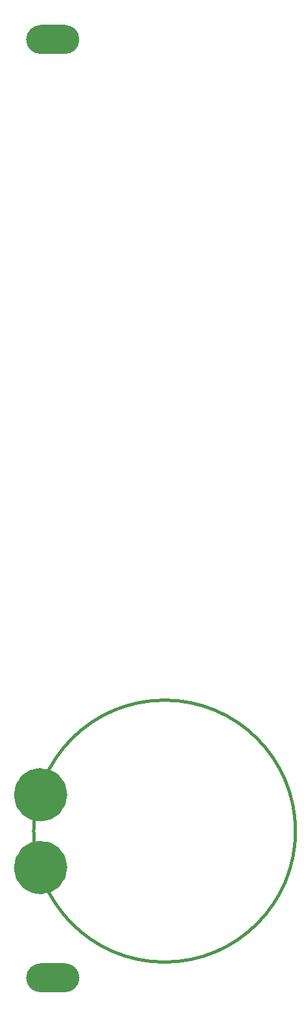
<source format=gbr>
%TF.GenerationSoftware,KiCad,Pcbnew,6.0.11-2627ca5db0~126~ubuntu22.04.1*%
%TF.CreationDate,2023-07-26T01:24:14+03:00*%
%TF.ProjectId,panel,70616e65-6c2e-46b6-9963-61645f706362,rev?*%
%TF.SameCoordinates,Original*%
%TF.FileFunction,Soldermask,Top*%
%TF.FilePolarity,Negative*%
%FSLAX46Y46*%
G04 Gerber Fmt 4.6, Leading zero omitted, Abs format (unit mm)*
G04 Created by KiCad (PCBNEW 6.0.11-2627ca5db0~126~ubuntu22.04.1) date 2023-07-26 01:24:14*
%MOMM*%
%LPD*%
G01*
G04 APERTURE LIST*
%ADD10C,1.900000*%
%ADD11C,3.500000*%
%ADD12C,0.400000*%
%ADD13C,0.100000*%
G04 APERTURE END LIST*
D10*
X66850000Y-157250000D02*
G75*
G03*
X66850000Y-157250000I-950000J0D01*
G01*
G36*
X65850000Y-155350000D02*
G01*
X69150000Y-155350000D01*
X69150000Y-159150000D01*
X65850000Y-159150000D01*
X65850000Y-155350000D01*
G37*
D11*
X67650000Y-142850000D02*
G75*
G03*
X67650000Y-142850000I-1750000J0D01*
G01*
D10*
X70050000Y-157250000D02*
G75*
G03*
X70050000Y-157250000I-950000J0D01*
G01*
D12*
X99200000Y-138100000D02*
G75*
G03*
X99200000Y-138100000I-17100000J0D01*
G01*
D11*
X67650000Y-133350000D02*
G75*
G03*
X67650000Y-133350000I-1750000J0D01*
G01*
D10*
X70050000Y-34750000D02*
G75*
G03*
X70050000Y-34750000I-950000J0D01*
G01*
D13*
X61600001Y-106450000D02*
G75*
G03*
X61600001Y-106450000I-1J0D01*
G01*
G36*
X65850000Y-32850000D02*
G01*
X69150000Y-32850000D01*
X69150000Y-36650000D01*
X65850000Y-36650000D01*
X65850000Y-32850000D01*
G37*
D10*
X66850000Y-34750000D02*
G75*
G03*
X66850000Y-34750000I-950000J0D01*
G01*
M02*

</source>
